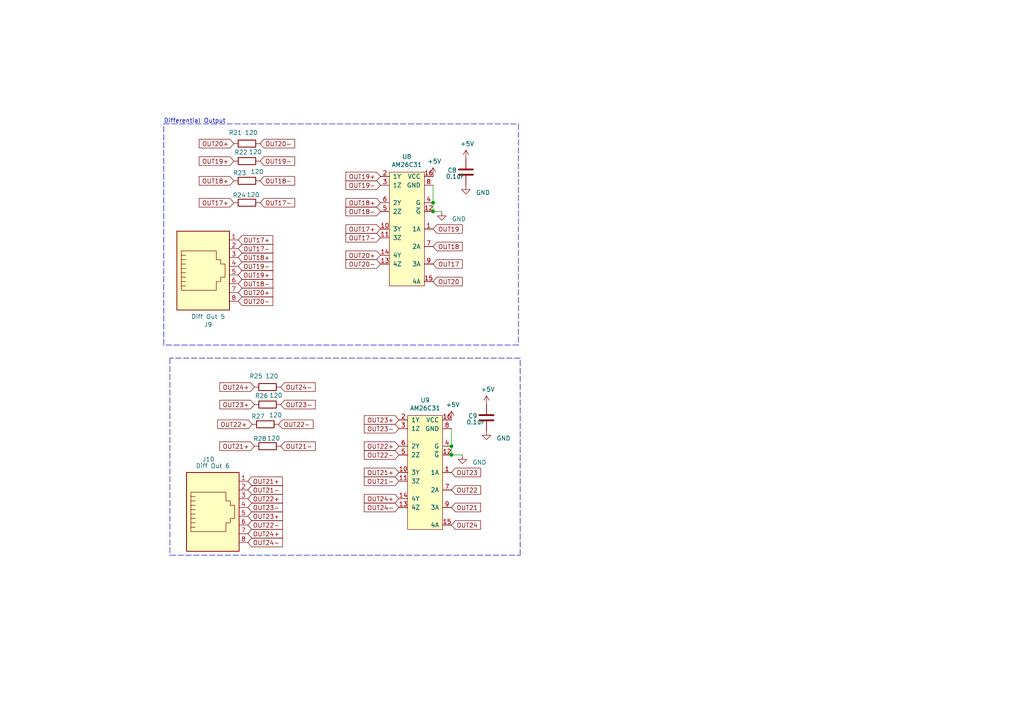
<source format=kicad_sch>
(kicad_sch (version 20211123) (generator eeschema)
  (paper "A4")
  (title_block (title "Pi Zero 24 Diff") (date "2022-08-31") (rev "v1") (company "Scott Hanson"))
  (lib_symbols
    (symbol "AM26C31:AM26C31" (pin_names (offset 1.016))
      (property "Reference" "IC" (at -5.08 17.78 0))
      (property "Value" "AM26C31_AM26C31" (at -5.08 -17.78 0))
      (symbol "AM26C31_0_0"
        (pin input line (at -7.62 0 0) (length 2.54) (name "1A") (number "1"))
        (pin output line (at 7.62 0 180) (length 2.54) (name "3Y") (number "10"))
        (pin output line (at 7.62 -2.54 180) (length 2.54) (name "3Z") (number "11"))
        (pin input line (at -7.62 5.08 0) (length 2.54) (name "~{G}") (number "12"))
        (pin output line (at 7.62 -10.16 180) (length 2.54) (name "4Z") (number "13"))
        (pin output line (at 7.62 -7.62 180) (length 2.54) (name "4Y") (number "14"))
        (pin input line (at -7.62 -15.24 0) (length 2.54) (name "4A") (number "15"))
        (pin power_in line (at -7.62 15.24 0) (length 2.54) (name "VCC") (number "16"))
        (pin output line (at 7.62 15.24 180) (length 2.54) (name "1Y") (number "2"))
        (pin output line (at 7.62 12.7 180) (length 2.54) (name "1Z") (number "3"))
        (pin input line (at -7.62 7.62 0) (length 2.54) (name "G") (number "4"))
        (pin output line (at 7.62 5.08 180) (length 2.54) (name "2Z") (number "5"))
        (pin output line (at 7.62 7.62 180) (length 2.54) (name "2Y") (number "6"))
        (pin input line (at -7.62 -5.08 0) (length 2.54) (name "2A") (number "7"))
        (pin power_in line (at -7.62 12.7 0) (length 2.54) (name "GND") (number "8"))
        (pin input line (at -7.62 -10.16 0) (length 2.54) (name "3A") (number "9"))
      )
      (symbol "AM26C31_0_1"
        (rectangle (start -5.08 16.51) (end 5.08 -16.51) (fill (type background)))
      )
    )
    (symbol "Connector:RJ45" (pin_names (offset 1.016))
      (property "Reference" "J" (at -5.08 13.97 0))
      (property "Value" "RJ45" (at 2.54 13.97 0))
      (symbol "RJ45_0_1"
        (polyline (pts (xy -5.08 4.445) (xy -6.35 4.445)))
        (polyline (pts (xy -5.08 5.715) (xy -6.35 5.715)))
        (polyline (pts (xy -6.35 -3.175) (xy -5.08 -3.175) (xy -5.08 -3.175)))
        (polyline (pts (xy -6.35 -1.905) (xy -5.08 -1.905) (xy -5.08 -1.905)))
        (polyline (pts (xy -6.35 -0.635) (xy -5.08 -0.635) (xy -5.08 -0.635)))
        (polyline (pts (xy -6.35 0.635) (xy -5.08 0.635) (xy -5.08 0.635)))
        (polyline (pts (xy -6.35 1.905) (xy -5.08 1.905) (xy -5.08 1.905)))
        (polyline (pts (xy -5.08 3.175) (xy -6.35 3.175) (xy -6.35 3.175)))
        (polyline (pts (xy -6.35 -4.445) (xy -6.35 6.985) (xy 3.81 6.985) (xy 3.81 4.445) (xy 5.08 4.445) (xy 5.08 3.175) (xy 6.35 3.175) (xy 6.35 -0.635) (xy 5.08 -0.635) (xy 5.08 -1.905) (xy 3.81 -1.905) (xy 3.81 -4.445) (xy -6.35 -4.445) (xy -6.35 -4.445)))
        (rectangle (start 7.62 12.7) (end -7.62 -10.16) (stroke (width 0.254)) (fill (type background)))
      )
      (symbol "RJ45_1_1"
        (pin passive line (at 10.16 -7.62 180) (length 2.54) (name "~") (number "1"))
        (pin passive line (at 10.16 -5.08 180) (length 2.54) (name "~") (number "2"))
        (pin passive line (at 10.16 -2.54 180) (length 2.54) (name "~") (number "3"))
        (pin passive line (at 10.16 0 180) (length 2.54) (name "~") (number "4"))
        (pin passive line (at 10.16 2.54 180) (length 2.54) (name "~") (number "5"))
        (pin passive line (at 10.16 5.08 180) (length 2.54) (name "~") (number "6"))
        (pin passive line (at 10.16 7.62 180) (length 2.54) (name "~") (number "7"))
        (pin passive line (at 10.16 10.16 180) (length 2.54) (name "~") (number "8"))
      )
    )
    (symbol "Device:C" (pin_numbers hide) (pin_names (offset 0.254))
      (property "Reference" "C" (at 0.635 2.54 0))
      (property "Value" "C" (at 0.635 -2.54 0))
      (symbol "C_0_1"
        (polyline (pts (xy -2.032 -0.762) (xy 2.032 -0.762)) (stroke (width 0.508)))
        (polyline (pts (xy -2.032 0.762) (xy 2.032 0.762)) (stroke (width 0.508)))
      )
      (symbol "C_1_1"
        (pin passive line (at 0 3.81 270) (length 2.794) (name "~") (number "1"))
        (pin passive line (at 0 -3.81 90) (length 2.794) (name "~") (number "2"))
      )
    )
    (symbol "Device:R" (pin_numbers hide) (pin_names (offset 0))
      (property "Reference" "R" (at 2.032 0 90))
      (property "Value" "R" (at 0 0 90))
      (symbol "R_0_1"
        (rectangle (start -1.016 -2.54) (end 1.016 2.54) (stroke (width 0.254)))
      )
      (symbol "R_1_1"
        (pin passive line (at 0 3.81 270) (length 1.27) (name "~") (number "1"))
        (pin passive line (at 0 -3.81 90) (length 1.27) (name "~") (number "2"))
      )
    )
    (symbol "power:+5V" (power) (pin_names (offset 0))
      (property "Value" "+5V" (at 0 3.556 0))
      (symbol "+5V_0_1"
        (polyline (pts (xy -0.762 1.27) (xy 0 2.54)))
        (polyline (pts (xy 0 0) (xy 0 2.54)))
        (polyline (pts (xy 0 2.54) (xy 0.762 1.27)))
      )
      (symbol "+5V_1_1"
        (pin power_in line (at 0 0 90) (length 0) hide (name "+5V") (number "1"))
      )
    )
    (symbol "power:GND" (power) (pin_names (offset 0))
      (property "Value" "GND" (at 0 -3.81 0))
      (symbol "GND_0_1"
        (polyline (pts (xy 0 0) (xy 0 -1.27) (xy 1.27 -1.27) (xy 0 -2.54) (xy -1.27 -1.27) (xy 0 -1.27)))
      )
      (symbol "GND_1_1"
        (pin power_in line (at 0 0 270) (length 0) hide (name "GND") (number "1"))
      )
    )
  )
  (junction (at 125.603 58.801))
  (junction (at 130.937 131.953))
  (junction (at 125.603 61.341))
  (junction (at 130.937 129.413))
  (wire (pts (xy 125.603 58.801) (xy 125.603 61.341)))
  (polyline (pts (xy 49.276 103.886) (xy 49.276 161.036)))
  (wire (pts (xy 125.603 53.721) (xy 125.603 58.801)))
  (polyline (pts (xy 150.876 103.886) (xy 49.276 103.886)))
  (polyline (pts (xy 150.368 100.076) (xy 47.498 100.076)))
  (wire (pts (xy 125.603 61.341) (xy 128.143 61.341)))
  (polyline (pts (xy 49.276 161.036) (xy 150.876 161.036)))
  (polyline (pts (xy 47.498 100.076) (xy 47.498 35.941)))
  (polyline (pts (xy 150.368 35.941) (xy 150.368 100.076)))
  (wire (pts (xy 130.937 131.953) (xy 134.112 131.953)))
  (wire (pts (xy 130.937 124.333) (xy 130.937 129.413)))
  (wire (pts (xy 130.937 129.413) (xy 130.937 131.953)))
  (polyline (pts (xy 47.498 35.941) (xy 150.368 35.941)))
  (polyline (pts (xy 150.876 161.036) (xy 150.876 103.886)))
  (text "Differential Output" (at 47.498 35.941 0) (effects (font (size 1.27 1.27)) (justify left bottom)))
  (global_label "OUT20+" (shape input) (at 67.818 41.656 180) (property "Intersheet References" "${INTERSHEET_REFS}" (effects hide)))
  (global_label "OUT21" (shape input) (at 130.937 147.193 0) (property "Intersheet References" "${INTERSHEET_REFS}" (effects hide)))
  (global_label "OUT17-" (shape input) (at 110.363 68.961 180) (property "Intersheet References" "${INTERSHEET_REFS}" (effects hide)))
  (global_label "OUT18-" (shape input) (at 69.088 82.296 0) (property "Intersheet References" "${INTERSHEET_REFS}" (effects hide)))
  (global_label "OUT22" (shape input) (at 130.937 142.113 0) (property "Intersheet References" "${INTERSHEET_REFS}" (effects hide)))
  (global_label "OUT17+" (shape input) (at 110.363 66.421 180) (property "Intersheet References" "${INTERSHEET_REFS}" (effects hide)))
  (global_label "OUT19+" (shape input) (at 69.088 79.756 0) (property "Intersheet References" "${INTERSHEET_REFS}" (effects hide)))
  (global_label "OUT21+" (shape input) (at 73.787 129.413 180) (property "Intersheet References" "${INTERSHEET_REFS}" (effects hide)))
  (global_label "OUT22+" (shape input) (at 73.152 123.063 180) (property "Intersheet References" "${INTERSHEET_REFS}" (effects hide)))
  (global_label "OUT19+" (shape input) (at 67.818 46.736 180) (property "Intersheet References" "${INTERSHEET_REFS}" (effects hide)))
  (global_label "OUT24+" (shape input) (at 115.697 144.653 180) (property "Intersheet References" "${INTERSHEET_REFS}" (effects hide)))
  (global_label "OUT19-" (shape input) (at 110.363 53.721 180) (property "Intersheet References" "${INTERSHEET_REFS}" (effects hide)))
  (global_label "OUT17-" (shape input) (at 75.438 58.801 0) (property "Intersheet References" "${INTERSHEET_REFS}" (effects hide)))
  (global_label "OUT18-" (shape input) (at 75.438 52.451 0) (property "Intersheet References" "${INTERSHEET_REFS}" (effects hide)))
  (global_label "OUT21+" (shape input) (at 115.697 137.033 180) (property "Intersheet References" "${INTERSHEET_REFS}" (effects hide)))
  (global_label "OUT20-" (shape input) (at 75.438 41.656 0) (property "Intersheet References" "${INTERSHEET_REFS}" (effects hide)))
  (global_label "OUT21-" (shape input) (at 71.882 142.113 0) (property "Intersheet References" "${INTERSHEET_REFS}" (effects hide)))
  (global_label "OUT17+" (shape input) (at 69.088 69.596 0) (property "Intersheet References" "${INTERSHEET_REFS}" (effects hide)))
  (global_label "OUT22-" (shape input) (at 80.772 123.063 0) (property "Intersheet References" "${INTERSHEET_REFS}" (effects hide)))
  (global_label "OUT18" (shape input) (at 125.603 71.501 0) (property "Intersheet References" "${INTERSHEET_REFS}" (effects hide)))
  (global_label "OUT24+" (shape input) (at 73.787 112.268 180) (property "Intersheet References" "${INTERSHEET_REFS}" (effects hide)))
  (global_label "OUT24-" (shape input) (at 81.407 112.268 0) (property "Intersheet References" "${INTERSHEET_REFS}" (effects hide)))
  (global_label "OUT18-" (shape input) (at 110.363 61.341 180) (property "Intersheet References" "${INTERSHEET_REFS}" (effects hide)))
  (global_label "OUT20+" (shape input) (at 110.363 74.041 180) (property "Intersheet References" "${INTERSHEET_REFS}" (effects hide)))
  (global_label "OUT24-" (shape input) (at 115.697 147.193 180) (property "Intersheet References" "${INTERSHEET_REFS}" (effects hide)))
  (global_label "OUT17-" (shape input) (at 69.088 72.136 0) (property "Intersheet References" "${INTERSHEET_REFS}" (effects hide)))
  (global_label "OUT23" (shape input) (at 130.937 137.033 0) (property "Intersheet References" "${INTERSHEET_REFS}" (effects hide)))
  (global_label "OUT20-" (shape input) (at 69.088 87.376 0) (property "Intersheet References" "${INTERSHEET_REFS}" (effects hide)))
  (global_label "OUT21-" (shape input) (at 81.407 129.413 0) (property "Intersheet References" "${INTERSHEET_REFS}" (effects hide)))
  (global_label "OUT19-" (shape input) (at 69.088 77.216 0) (property "Intersheet References" "${INTERSHEET_REFS}" (effects hide)))
  (global_label "OUT22-" (shape input) (at 115.697 131.953 180) (property "Intersheet References" "${INTERSHEET_REFS}" (effects hide)))
  (global_label "OUT18+" (shape input) (at 69.088 74.676 0) (property "Intersheet References" "${INTERSHEET_REFS}" (effects hide)))
  (global_label "OUT23+" (shape input) (at 73.787 117.348 180) (property "Intersheet References" "${INTERSHEET_REFS}" (effects hide)))
  (global_label "OUT22+" (shape input) (at 71.882 144.653 0) (property "Intersheet References" "${INTERSHEET_REFS}" (effects hide)))
  (global_label "OUT20" (shape input) (at 125.603 81.661 0) (property "Intersheet References" "${INTERSHEET_REFS}" (effects hide)))
  (global_label "OUT23-" (shape input) (at 81.407 117.348 0) (property "Intersheet References" "${INTERSHEET_REFS}" (effects hide)))
  (global_label "OUT20-" (shape input) (at 110.363 76.581 180) (property "Intersheet References" "${INTERSHEET_REFS}" (effects hide)))
  (global_label "OUT21+" (shape input) (at 71.882 139.573 0) (property "Intersheet References" "${INTERSHEET_REFS}" (effects hide)))
  (global_label "OUT24-" (shape input) (at 71.882 157.353 0) (property "Intersheet References" "${INTERSHEET_REFS}" (effects hide)))
  (global_label "OUT20+" (shape input) (at 69.088 84.836 0) (property "Intersheet References" "${INTERSHEET_REFS}" (effects hide)))
  (global_label "OUT22+" (shape input) (at 115.697 129.413 180) (property "Intersheet References" "${INTERSHEET_REFS}" (effects hide)))
  (global_label "OUT19+" (shape input) (at 110.363 51.181 180) (property "Intersheet References" "${INTERSHEET_REFS}" (effects hide)))
  (global_label "OUT19" (shape input) (at 125.603 66.421 0) (property "Intersheet References" "${INTERSHEET_REFS}" (effects hide)))
  (global_label "OUT21-" (shape input) (at 115.697 139.573 180) (property "Intersheet References" "${INTERSHEET_REFS}" (effects hide)))
  (global_label "OUT24" (shape input) (at 130.937 152.273 0) (property "Intersheet References" "${INTERSHEET_REFS}" (effects hide)))
  (global_label "OUT23-" (shape input) (at 115.697 124.333 180) (property "Intersheet References" "${INTERSHEET_REFS}" (effects hide)))
  (global_label "OUT23+" (shape input) (at 71.882 149.733 0) (property "Intersheet References" "${INTERSHEET_REFS}" (effects hide)))
  (global_label "OUT18+" (shape input) (at 110.363 58.801 180) (property "Intersheet References" "${INTERSHEET_REFS}" (effects hide)))
  (global_label "OUT22-" (shape input) (at 71.882 152.273 0) (property "Intersheet References" "${INTERSHEET_REFS}" (effects hide)))
  (global_label "OUT17+" (shape input) (at 67.818 58.801 180) (property "Intersheet References" "${INTERSHEET_REFS}" (effects hide)))
  (global_label "OUT19-" (shape input) (at 75.438 46.736 0) (property "Intersheet References" "${INTERSHEET_REFS}" (effects hide)))
  (global_label "OUT17" (shape input) (at 125.603 76.581 0) (property "Intersheet References" "${INTERSHEET_REFS}" (effects hide)))
  (global_label "OUT23-" (shape input) (at 71.882 147.193 0) (property "Intersheet References" "${INTERSHEET_REFS}" (effects hide)))
  (global_label "OUT24+" (shape input) (at 71.882 154.813 0) (property "Intersheet References" "${INTERSHEET_REFS}" (effects hide)))
  (global_label "OUT18+" (shape input) (at 67.818 52.451 180) (property "Intersheet References" "${INTERSHEET_REFS}" (effects hide)))
  (global_label "OUT23+" (shape input) (at 115.697 121.793 180) (property "Intersheet References" "${INTERSHEET_REFS}" (effects hide)))
  (symbol (lib_id "Connector:RJ45") (at 61.722 147.193 0) (mirror x) (unit 1)
    (property "Reference" "J10" (at 60.452 133.223 0))
    (property "Value" "Diff Out 6" (at 61.722 135.128 0))
    (property "Footprint" "Scotts:RJ45_Amphenol_54602-x08_Horizontal" (effects hide))
    (property "Digi-Key_PN" "AE10392-ND" (effects hide))
    (property "MPN" "X05ADIWA1DY1022" (effects hide))
    (property "LCSC" "C86492" (effects hide))
  )
  (symbol (lib_id "Connector:RJ45") (at 58.928 77.216 0) (mirror x) (unit 1)
    (property "Reference" "J9" (at 60.3758 94.1578 0))
    (property "Value" "Diff Out 5" (at 60.3758 91.8464 0))
    (property "Footprint" "Scotts:RJ45_Amphenol_54602-x08_Horizontal" (effects hide))
    (property "Digi-Key_PN" "AE10392-ND" (effects hide))
    (property "MPN" "X05ADIWA1DY1022" (effects hide))
    (property "LCSC" "C86492" (effects hide))
  )
  (symbol (lib_id "Device:R") (at 71.628 46.736 270) (unit 1)
    (property "Reference" "R22" (at 67.945 44.196 90) (effects (justify left)))
    (property "Value" "120" (at 72.136 44.069 90) (effects (justify left)))
    (property "Footprint" "Resistor_SMD:R_0603_1608Metric_Pad0.98x0.95mm_HandSolder" (effects hide))
    (property "Digi-Key_PN" "A129677CT-ND" (effects hide))
    (property "MPN" "CRGCQ0603F120R" (effects hide))
    (property "LCSC" "C22787" (effects hide))
  )
  (symbol (lib_id "Device:R") (at 71.628 41.656 90) (unit 1)
    (property "Reference" "R21" (at 70.231 38.481 90) (effects (justify left)))
    (property "Value" "120" (at 74.803 38.481 90) (effects (justify left)))
    (property "Footprint" "Resistor_SMD:R_0603_1608Metric_Pad0.98x0.95mm_HandSolder" (effects hide))
    (property "Digi-Key_PN" "A129677CT-ND" (effects hide))
    (property "MPN" "CRGCQ0603F120R" (effects hide))
    (property "LCSC" "C22787" (effects hide))
  )
  (symbol (lib_id "Device:R") (at 71.628 58.801 90) (unit 1)
    (property "Reference" "R24" (at 71.374 56.642 90) (effects (justify left)))
    (property "Value" "120" (at 75.311 56.515 90) (effects (justify left)))
    (property "Footprint" "Resistor_SMD:R_0603_1608Metric_Pad0.98x0.95mm_HandSolder" (effects hide))
    (property "Digi-Key_PN" "A129677CT-ND" (effects hide))
    (property "MPN" "CRGCQ0603F120R" (effects hide))
    (property "LCSC" "C22787" (effects hide))
  )
  (symbol (lib_id "Device:R") (at 71.628 52.451 270) (unit 1)
    (property "Reference" "R23" (at 67.564 50.165 90) (effects (justify left)))
    (property "Value" "120" (at 72.644 49.784 90) (effects (justify left)))
    (property "Footprint" "Resistor_SMD:R_0603_1608Metric_Pad0.98x0.95mm_HandSolder" (effects hide))
    (property "Digi-Key_PN" "A129677CT-ND" (effects hide))
    (property "MPN" "CRGCQ0603F120R" (effects hide))
    (property "LCSC" "C22787" (effects hide))
  )
  (symbol (lib_id "AM26C31:AM26C31") (at 117.983 66.421 0) (mirror y) (unit 1)
    (property "Reference" "U8" (at 117.983 45.466 0))
    (property "Value" "AM26C31" (at 117.983 47.7774 0))
    (property "Footprint" "Package_SO:SOIC-16_3.9x9.9mm_P1.27mm" (effects hide))
    (property "Datasheet" "http://www.ti.com.cn/cn/lit/ds/symlink/am26c31.pdf" (effects hide))
    (property "Farnell" "4975637" (effects hide))
    (property "Digi-Key_PN" "296-24344-1-ND" (effects hide))
    (property "MPN" "AM26C31IDR" (effects hide))
    (property "LCSC" "C157476" (effects hide))
  )
  (symbol (lib_id "Device:C") (at 135.128 49.911 0) (unit 1)
    (property "Reference" "C8" (at 129.794 49.403 0) (effects (justify left)))
    (property "Value" "0.1uF" (at 129.286 51.181 0) (effects (justify left)))
    (property "Footprint" "Capacitor_SMD:C_0603_1608Metric_Pad1.08x0.95mm_HandSolder" (effects hide))
    (property "Digi-Key_PN" "1276-1935-2-ND" (effects hide))
    (property "MPN" "CL10B104KB8NNWC" (effects hide))
    (property "LCSC" "C14663" (effects hide))
  )
  (symbol (lib_id "power:+5V") (at 125.603 51.181 0) (unit 1)
    (property "Reference" "#PWR042" (effects hide))
    (property "Value" "+5V" (at 125.984 46.7868 0))
  )
  (symbol (lib_id "power:GND") (at 128.143 61.341 0) (unit 1)
    (property "Reference" "#PWR044" (effects hide))
    (property "Value" "GND" (at 133.096 63.5 0))
  )
  (symbol (lib_id "power:+5V") (at 135.128 46.101 0) (unit 1)
    (property "Reference" "#PWR041" (effects hide))
    (property "Value" "+5V" (at 135.509 41.7068 0))
  )
  (symbol (lib_id "power:GND") (at 135.128 53.721 0) (unit 1)
    (property "Reference" "#PWR043" (effects hide))
    (property "Value" "GND" (at 140.081 55.88 0))
  )
  (symbol (lib_id "Device:R") (at 77.597 129.413 90) (unit 1)
    (property "Reference" "R28" (at 77.343 127.254 90) (effects (justify left)))
    (property "Value" "120" (at 81.28 127.127 90) (effects (justify left)))
    (property "Footprint" "Resistor_SMD:R_0603_1608Metric_Pad0.98x0.95mm_HandSolder" (effects hide))
    (property "Digi-Key_PN" "A129677CT-ND" (effects hide))
    (property "MPN" "CRGCQ0603F120R" (effects hide))
    (property "LCSC" "C22787" (effects hide))
  )
  (symbol (lib_id "power:+5V") (at 130.937 121.793 0) (unit 1)
    (property "Reference" "#PWR046" (effects hide))
    (property "Value" "+5V" (at 131.318 117.3988 0))
  )
  (symbol (lib_id "power:+5V") (at 141.097 117.348 0) (unit 1)
    (property "Reference" "#PWR045" (effects hide))
    (property "Value" "+5V" (at 141.478 112.9538 0))
  )
  (symbol (lib_id "Device:C") (at 141.097 121.158 0) (unit 1)
    (property "Reference" "C9" (at 135.763 120.65 0) (effects (justify left)))
    (property "Value" "0.1uF" (at 135.255 122.428 0) (effects (justify left)))
    (property "Footprint" "Capacitor_SMD:C_0603_1608Metric_Pad1.08x0.95mm_HandSolder" (effects hide))
    (property "Digi-Key_PN" "1276-1935-2-ND" (effects hide))
    (property "MPN" "CL10B104KB8NNWC" (effects hide))
    (property "LCSC" "C14663" (effects hide))
  )
  (symbol (lib_id "AM26C31:AM26C31") (at 123.317 137.033 0) (mirror y) (unit 1)
    (property "Reference" "U9" (at 123.317 116.078 0))
    (property "Value" "AM26C31" (at 123.317 118.3894 0))
    (property "Footprint" "Package_SO:SOIC-16_3.9x9.9mm_P1.27mm" (effects hide))
    (property "Datasheet" "http://www.ti.com.cn/cn/lit/ds/symlink/am26c31.pdf" (effects hide))
    (property "Farnell" "4975637" (effects hide))
    (property "Digi-Key_PN" "296-24344-1-ND" (effects hide))
    (property "MPN" "AM26C31IDR" (effects hide))
    (property "LCSC" "C157476" (effects hide))
  )
  (symbol (lib_id "Device:R") (at 77.597 117.348 270) (unit 1)
    (property "Reference" "R26" (at 73.914 114.808 90) (effects (justify left)))
    (property "Value" "120" (at 78.105 114.681 90) (effects (justify left)))
    (property "Footprint" "Resistor_SMD:R_0603_1608Metric_Pad0.98x0.95mm_HandSolder" (effects hide))
    (property "Digi-Key_PN" "A129677CT-ND" (effects hide))
    (property "MPN" "CRGCQ0603F120R" (effects hide))
    (property "LCSC" "C22787" (effects hide))
  )
  (symbol (lib_id "Device:R") (at 77.597 112.268 90) (unit 1)
    (property "Reference" "R25" (at 76.2 109.093 90) (effects (justify left)))
    (property "Value" "120" (at 80.772 109.093 90) (effects (justify left)))
    (property "Footprint" "Resistor_SMD:R_0603_1608Metric_Pad0.98x0.95mm_HandSolder" (effects hide))
    (property "Digi-Key_PN" "A129677CT-ND" (effects hide))
    (property "MPN" "CRGCQ0603F120R" (effects hide))
    (property "LCSC" "C22787" (effects hide))
  )
  (symbol (lib_id "power:GND") (at 141.097 124.968 0) (unit 1)
    (property "Reference" "#PWR047" (effects hide))
    (property "Value" "GND" (at 146.05 127.127 0))
  )
  (symbol (lib_id "power:GND") (at 134.112 131.953 0) (unit 1)
    (property "Reference" "#PWR048" (effects hide))
    (property "Value" "GND" (at 139.065 134.112 0))
  )
  (symbol (lib_id "Device:R") (at 76.962 123.063 270) (unit 1)
    (property "Reference" "R27" (at 72.898 120.777 90) (effects (justify left)))
    (property "Value" "120" (at 77.978 120.396 90) (effects (justify left)))
    (property "Footprint" "Resistor_SMD:R_0603_1608Metric_Pad0.98x0.95mm_HandSolder" (effects hide))
    (property "Digi-Key_PN" "A129677CT-ND" (effects hide))
    (property "MPN" "CRGCQ0603F120R" (effects hide))
    (property "LCSC" "C22787" (effects hide))
  )
)
</source>
